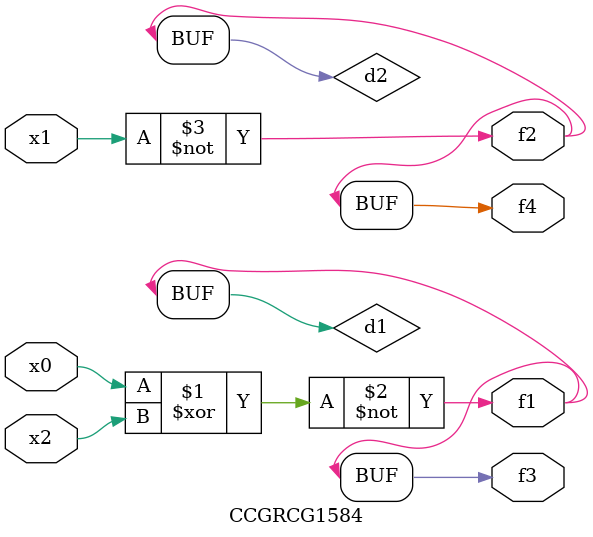
<source format=v>
module CCGRCG1584(
	input x0, x1, x2,
	output f1, f2, f3, f4
);

	wire d1, d2, d3;

	xnor (d1, x0, x2);
	nand (d2, x1);
	nor (d3, x1, x2);
	assign f1 = d1;
	assign f2 = d2;
	assign f3 = d1;
	assign f4 = d2;
endmodule

</source>
